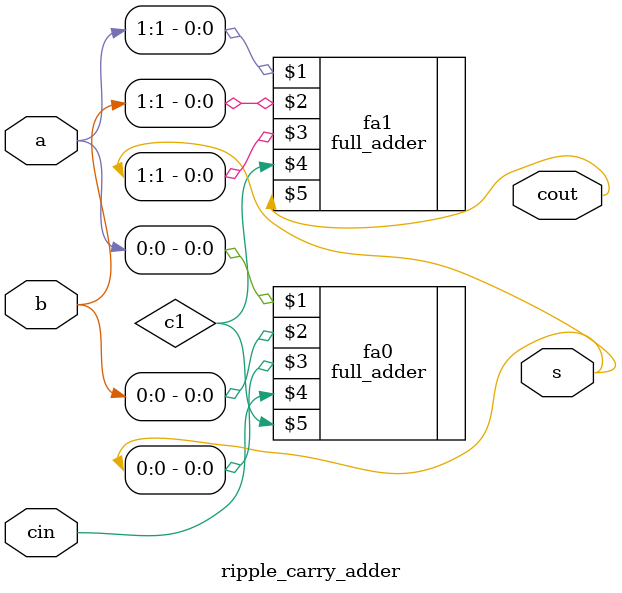
<source format=v>
module ripple_carry_adder(a,b,s,cin,cout);
input [1:0] a,b;
input cin;
output [1:0]s;
output cout;
wire c1;
full_adder fa0(a[0],b[0],s[0],cin,c1);
full_adder fa1(a[1],b[1],s[1],c1,cout);
endmodule

</source>
